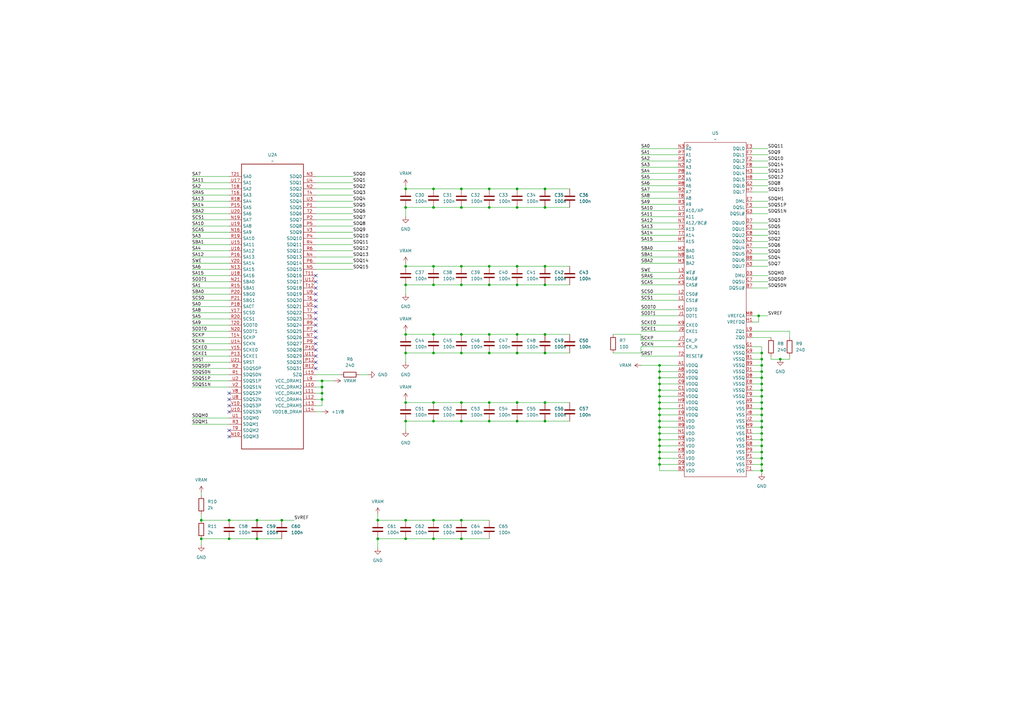
<source format=kicad_sch>
(kicad_sch (version 20231120) (generator "eeschema") (generator_version "8.0")
  (paper "A3")
  (title_block (title "Radianite Computer (Codename: Lemon Irvine)") (date "2024-09-20") (rev "0.1"))
  (junction (at 166.37 137.16))
  (junction (at 166.37 144.78))
  (junction (at 212.09 109.22))
  (junction (at 223.52 137.16))
  (junction (at 189.23 116.84))
  (junction (at 223.52 109.22))
  (junction (at 177.8 165.1))
  (junction (at 270.51 190.5))
  (junction (at 166.37 85.09))
  (junction (at 312.42 165.1))
  (junction (at 223.52 116.84))
  (junction (at 105.41 220.98))
  (junction (at 270.51 175.26))
  (junction (at 200.66 144.78))
  (junction (at 311.15 129.54))
  (junction (at 312.42 175.26))
  (junction (at 166.37 165.1))
  (junction (at 200.66 109.22))
  (junction (at 312.42 185.42))
  (junction (at 212.09 85.09))
  (junction (at 270.51 167.64))
  (junction (at 270.51 152.4))
  (junction (at 312.42 144.78))
  (junction (at 93.98 213.36))
  (junction (at 223.52 172.72))
  (junction (at 270.51 177.8))
  (junction (at 312.42 167.64))
  (junction (at 312.42 182.88))
  (junction (at 166.37 213.36))
  (junction (at 212.09 77.47))
  (junction (at 212.09 144.78))
  (junction (at 189.23 220.98))
  (junction (at 212.09 137.16))
  (junction (at 93.98 220.98))
  (junction (at 200.66 165.1))
  (junction (at 223.52 77.47))
  (junction (at 270.51 172.72))
  (junction (at 177.8 77.47))
  (junction (at 132.08 161.29))
  (junction (at 312.42 172.72))
  (junction (at 320.04 147.32))
  (junction (at 166.37 116.84))
  (junction (at 177.8 144.78))
  (junction (at 200.66 116.84))
  (junction (at 212.09 172.72))
  (junction (at 223.52 165.1))
  (junction (at 166.37 220.98))
  (junction (at 105.41 213.36))
  (junction (at 200.66 137.16))
  (junction (at 132.08 163.83))
  (junction (at 223.52 85.09))
  (junction (at 270.51 162.56))
  (junction (at 312.42 154.94))
  (junction (at 312.42 152.4))
  (junction (at 177.8 213.36))
  (junction (at 154.94 220.98))
  (junction (at 189.23 144.78))
  (junction (at 200.66 77.47))
  (junction (at 132.08 156.21))
  (junction (at 270.51 160.02))
  (junction (at 270.51 185.42))
  (junction (at 212.09 165.1))
  (junction (at 115.57 213.36))
  (junction (at 312.42 180.34))
  (junction (at 177.8 172.72))
  (junction (at 312.42 177.8))
  (junction (at 200.66 85.09))
  (junction (at 270.51 149.86))
  (junction (at 166.37 109.22))
  (junction (at 312.42 190.5))
  (junction (at 312.42 157.48))
  (junction (at 270.51 157.48))
  (junction (at 189.23 172.72))
  (junction (at 166.37 172.72))
  (junction (at 82.55 213.36))
  (junction (at 166.37 77.47))
  (junction (at 189.23 109.22))
  (junction (at 312.42 160.02))
  (junction (at 189.23 85.09))
  (junction (at 312.42 149.86))
  (junction (at 312.42 170.18))
  (junction (at 312.42 193.04))
  (junction (at 189.23 213.36))
  (junction (at 270.51 165.1))
  (junction (at 189.23 165.1))
  (junction (at 132.08 158.75))
  (junction (at 177.8 116.84))
  (junction (at 177.8 220.98))
  (junction (at 177.8 85.09))
  (junction (at 270.51 154.94))
  (junction (at 189.23 77.47))
  (junction (at 270.51 182.88))
  (junction (at 177.8 137.16))
  (junction (at 200.66 172.72))
  (junction (at 212.09 116.84))
  (junction (at 270.51 180.34))
  (junction (at 189.23 137.16))
  (junction (at 270.51 187.96))
  (junction (at 223.52 144.78))
  (junction (at 312.42 147.32))
  (junction (at 312.42 162.56))
  (junction (at 177.8 109.22))
  (junction (at 312.42 187.96))
  (junction (at 154.94 213.36))
  (junction (at 270.51 170.18))
  (junction (at 82.55 220.98))
  (no_connect (at 129.54 118.11))
  (no_connect (at 129.54 143.51))
  (no_connect (at 129.54 138.43))
  (no_connect (at 129.54 125.73))
  (no_connect (at 129.54 151.13))
  (no_connect (at 129.54 130.81))
  (no_connect (at 129.54 135.89))
  (no_connect (at 93.98 179.07))
  (no_connect (at 129.54 140.97))
  (no_connect (at 129.54 123.19))
  (no_connect (at 93.98 176.53))
  (no_connect (at 93.98 166.37))
  (no_connect (at 129.54 148.59))
  (no_connect (at 93.98 168.91))
  (no_connect (at 129.54 115.57))
  (no_connect (at 129.54 120.65))
  (no_connect (at 93.98 161.29))
  (no_connect (at 129.54 113.03))
  (no_connect (at 93.98 163.83))
  (no_connect (at 129.54 133.35))
  (no_connect (at 129.54 146.05))
  (no_connect (at 129.54 128.27))
  (wire (pts (xy 308.61 101.6) (xy 314.96 101.6)))
  (wire (pts (xy 212.09 144.78) (xy 223.52 144.78)))
  (wire (pts (xy 251.46 137.16) (xy 262.89 137.16)))
  (wire (pts (xy 262.89 142.24) (xy 278.13 142.24)))
  (wire (pts (xy 223.52 172.72) (xy 233.68 172.72)))
  (wire (pts (xy 262.89 149.86) (xy 270.51 149.86)))
  (wire (pts (xy 132.08 156.21) (xy 132.08 158.75)))
  (wire (pts (xy 312.42 187.96) (xy 312.42 190.5)))
  (wire (pts (xy 78.74 148.59) (xy 93.98 148.59)))
  (wire (pts (xy 270.51 182.88) (xy 270.51 185.42)))
  (wire (pts (xy 270.51 175.26) (xy 278.13 175.26)))
  (wire (pts (xy 166.37 220.98) (xy 177.8 220.98)))
  (wire (pts (xy 177.8 220.98) (xy 189.23 220.98)))
  (wire (pts (xy 200.66 85.09) (xy 212.09 85.09)))
  (wire (pts (xy 132.08 156.21) (xy 129.54 156.21)))
  (wire (pts (xy 82.55 213.36) (xy 82.55 210.82)))
  (wire (pts (xy 270.51 187.96) (xy 278.13 187.96)))
  (wire (pts (xy 129.54 100.33) (xy 144.78 100.33)))
  (wire (pts (xy 177.8 144.78) (xy 189.23 144.78)))
  (wire (pts (xy 308.61 132.08) (xy 311.15 132.08)))
  (wire (pts (xy 166.37 76.2) (xy 166.37 77.47)))
  (wire (pts (xy 132.08 168.91) (xy 129.54 168.91)))
  (wire (pts (xy 78.74 143.51) (xy 93.98 143.51)))
  (wire (pts (xy 132.08 158.75) (xy 132.08 161.29)))
  (wire (pts (xy 78.74 113.03) (xy 93.98 113.03)))
  (wire (pts (xy 177.8 116.84) (xy 189.23 116.84)))
  (wire (pts (xy 270.51 157.48) (xy 270.51 160.02)))
  (wire (pts (xy 78.74 158.75) (xy 93.98 158.75)))
  (wire (pts (xy 200.66 137.16) (xy 212.09 137.16)))
  (wire (pts (xy 312.42 165.1) (xy 308.61 165.1)))
  (wire (pts (xy 308.61 93.98) (xy 314.96 93.98)))
  (wire (pts (xy 312.42 157.48) (xy 308.61 157.48)))
  (wire (pts (xy 312.42 190.5) (xy 312.42 193.04)))
  (wire (pts (xy 312.42 190.5) (xy 308.61 190.5)))
  (wire (pts (xy 308.61 118.11) (xy 314.96 118.11)))
  (wire (pts (xy 166.37 137.16) (xy 177.8 137.16)))
  (wire (pts (xy 177.8 109.22) (xy 189.23 109.22)))
  (wire (pts (xy 312.42 162.56) (xy 308.61 162.56)))
  (wire (pts (xy 189.23 172.72) (xy 200.66 172.72)))
  (wire (pts (xy 129.54 72.39) (xy 144.78 72.39)))
  (wire (pts (xy 166.37 135.89) (xy 166.37 137.16)))
  (wire (pts (xy 270.51 172.72) (xy 278.13 172.72)))
  (wire (pts (xy 270.51 182.88) (xy 278.13 182.88)))
  (wire (pts (xy 78.74 138.43) (xy 93.98 138.43)))
  (wire (pts (xy 312.42 170.18) (xy 312.42 172.72)))
  (wire (pts (xy 308.61 115.57) (xy 314.96 115.57)))
  (wire (pts (xy 166.37 107.95) (xy 166.37 109.22)))
  (wire (pts (xy 129.54 87.63) (xy 144.78 87.63)))
  (wire (pts (xy 212.09 116.84) (xy 223.52 116.84)))
  (wire (pts (xy 129.54 102.87) (xy 144.78 102.87)))
  (wire (pts (xy 78.74 115.57) (xy 93.98 115.57)))
  (wire (pts (xy 212.09 172.72) (xy 223.52 172.72)))
  (wire (pts (xy 200.66 116.84) (xy 212.09 116.84)))
  (wire (pts (xy 189.23 109.22) (xy 200.66 109.22)))
  (wire (pts (xy 177.8 85.09) (xy 189.23 85.09)))
  (wire (pts (xy 312.42 172.72) (xy 312.42 175.26)))
  (wire (pts (xy 189.23 85.09) (xy 200.66 85.09)))
  (wire (pts (xy 212.09 77.47) (xy 223.52 77.47)))
  (wire (pts (xy 308.61 138.43) (xy 316.23 138.43)))
  (wire (pts (xy 166.37 116.84) (xy 177.8 116.84)))
  (wire (pts (xy 278.13 107.95) (xy 262.89 107.95)))
  (wire (pts (xy 312.42 170.18) (xy 308.61 170.18)))
  (wire (pts (xy 308.61 109.22) (xy 314.96 109.22)))
  (wire (pts (xy 189.23 77.47) (xy 200.66 77.47)))
  (wire (pts (xy 308.61 63.5) (xy 314.96 63.5)))
  (wire (pts (xy 312.42 167.64) (xy 308.61 167.64)))
  (wire (pts (xy 93.98 220.98) (xy 105.41 220.98)))
  (wire (pts (xy 132.08 158.75) (xy 129.54 158.75)))
  (wire (pts (xy 308.61 85.09) (xy 314.96 85.09)))
  (wire (pts (xy 212.09 137.16) (xy 223.52 137.16)))
  (wire (pts (xy 223.52 144.78) (xy 233.68 144.78)))
  (wire (pts (xy 312.42 175.26) (xy 312.42 177.8)))
  (wire (pts (xy 312.42 180.34) (xy 312.42 182.88)))
  (wire (pts (xy 270.51 187.96) (xy 270.51 190.5)))
  (wire (pts (xy 78.74 118.11) (xy 93.98 118.11)))
  (wire (pts (xy 200.66 144.78) (xy 212.09 144.78)))
  (wire (pts (xy 312.42 193.04) (xy 308.61 193.04)))
  (wire (pts (xy 147.32 153.67) (xy 151.13 153.67)))
  (wire (pts (xy 270.51 152.4) (xy 270.51 154.94)))
  (wire (pts (xy 129.54 95.25) (xy 144.78 95.25)))
  (wire (pts (xy 278.13 86.36) (xy 262.89 86.36)))
  (wire (pts (xy 278.13 91.44) (xy 262.89 91.44)))
  (wire (pts (xy 154.94 220.98) (xy 166.37 220.98)))
  (wire (pts (xy 278.13 116.84) (xy 262.89 116.84)))
  (wire (pts (xy 312.42 182.88) (xy 312.42 185.42)))
  (wire (pts (xy 78.74 110.49) (xy 93.98 110.49)))
  (wire (pts (xy 82.55 201.93) (xy 82.55 203.2)))
  (wire (pts (xy 278.13 60.96) (xy 262.89 60.96)))
  (wire (pts (xy 78.74 90.17) (xy 93.98 90.17)))
  (wire (pts (xy 312.42 154.94) (xy 308.61 154.94)))
  (wire (pts (xy 270.51 165.1) (xy 278.13 165.1)))
  (wire (pts (xy 308.61 71.12) (xy 314.96 71.12)))
  (wire (pts (xy 312.42 167.64) (xy 312.42 170.18)))
  (wire (pts (xy 189.23 165.1) (xy 200.66 165.1)))
  (wire (pts (xy 78.74 72.39) (xy 93.98 72.39)))
  (wire (pts (xy 78.74 80.01) (xy 93.98 80.01)))
  (wire (pts (xy 78.74 133.35) (xy 93.98 133.35)))
  (wire (pts (xy 166.37 85.09) (xy 166.37 88.9)))
  (wire (pts (xy 177.8 77.47) (xy 189.23 77.47)))
  (wire (pts (xy 154.94 213.36) (xy 166.37 213.36)))
  (wire (pts (xy 223.52 116.84) (xy 233.68 116.84)))
  (wire (pts (xy 278.13 135.89) (xy 262.89 135.89)))
  (wire (pts (xy 105.41 213.36) (xy 93.98 213.36)))
  (wire (pts (xy 270.51 185.42) (xy 278.13 185.42)))
  (wire (pts (xy 78.74 128.27) (xy 93.98 128.27)))
  (wire (pts (xy 223.52 85.09) (xy 233.68 85.09)))
  (wire (pts (xy 270.51 154.94) (xy 278.13 154.94)))
  (wire (pts (xy 78.74 123.19) (xy 93.98 123.19)))
  (wire (pts (xy 177.8 165.1) (xy 189.23 165.1)))
  (wire (pts (xy 308.61 76.2) (xy 314.96 76.2)))
  (wire (pts (xy 78.74 92.71) (xy 93.98 92.71)))
  (wire (pts (xy 129.54 77.47) (xy 144.78 77.47)))
  (wire (pts (xy 132.08 161.29) (xy 129.54 161.29)))
  (wire (pts (xy 189.23 137.16) (xy 200.66 137.16)))
  (wire (pts (xy 308.61 113.03) (xy 314.96 113.03)))
  (wire (pts (xy 312.42 147.32) (xy 312.42 149.86)))
  (wire (pts (xy 270.51 180.34) (xy 278.13 180.34)))
  (wire (pts (xy 312.42 160.02) (xy 308.61 160.02)))
  (wire (pts (xy 166.37 172.72) (xy 166.37 176.53)))
  (wire (pts (xy 278.13 129.54) (xy 262.89 129.54)))
  (wire (pts (xy 278.13 68.58) (xy 262.89 68.58)))
  (wire (pts (xy 308.61 73.66) (xy 314.96 73.66)))
  (wire (pts (xy 166.37 165.1) (xy 177.8 165.1)))
  (wire (pts (xy 278.13 76.2) (xy 262.89 76.2)))
  (wire (pts (xy 312.42 193.04) (xy 312.42 194.31)))
  (wire (pts (xy 78.74 135.89) (xy 93.98 135.89)))
  (wire (pts (xy 323.85 146.05) (xy 323.85 147.32)))
  (wire (pts (xy 278.13 127) (xy 262.89 127)))
  (wire (pts (xy 270.51 162.56) (xy 278.13 162.56)))
  (wire (pts (xy 308.61 96.52) (xy 314.96 96.52)))
  (wire (pts (xy 78.74 100.33) (xy 93.98 100.33)))
  (wire (pts (xy 189.23 213.36) (xy 200.66 213.36)))
  (wire (pts (xy 270.51 175.26) (xy 270.51 177.8)))
  (wire (pts (xy 270.51 180.34) (xy 270.51 182.88)))
  (wire (pts (xy 166.37 163.83) (xy 166.37 165.1)))
  (wire (pts (xy 312.42 149.86) (xy 308.61 149.86)))
  (wire (pts (xy 78.74 87.63) (xy 93.98 87.63)))
  (wire (pts (xy 312.42 152.4) (xy 312.42 154.94)))
  (wire (pts (xy 312.42 142.24) (xy 308.61 142.24)))
  (wire (pts (xy 129.54 92.71) (xy 144.78 92.71)))
  (wire (pts (xy 262.89 139.7) (xy 278.13 139.7)))
  (wire (pts (xy 189.23 116.84) (xy 200.66 116.84)))
  (wire (pts (xy 311.15 129.54) (xy 314.96 129.54)))
  (wire (pts (xy 78.74 85.09) (xy 93.98 85.09)))
  (wire (pts (xy 270.51 167.64) (xy 278.13 167.64)))
  (wire (pts (xy 115.57 213.36) (xy 105.41 213.36)))
  (wire (pts (xy 132.08 166.37) (xy 129.54 166.37)))
  (wire (pts (xy 278.13 102.87) (xy 262.89 102.87)))
  (wire (pts (xy 78.74 107.95) (xy 93.98 107.95)))
  (wire (pts (xy 200.66 77.47) (xy 212.09 77.47)))
  (wire (pts (xy 278.13 96.52) (xy 262.89 96.52)))
  (wire (pts (xy 262.89 146.05) (xy 278.13 146.05)))
  (wire (pts (xy 278.13 133.35) (xy 262.89 133.35)))
  (wire (pts (xy 308.61 129.54) (xy 311.15 129.54)))
  (wire (pts (xy 166.37 213.36) (xy 177.8 213.36)))
  (wire (pts (xy 278.13 83.82) (xy 262.89 83.82)))
  (wire (pts (xy 278.13 123.19) (xy 262.89 123.19)))
  (wire (pts (xy 78.74 77.47) (xy 93.98 77.47)))
  (wire (pts (xy 177.8 172.72) (xy 189.23 172.72)))
  (wire (pts (xy 78.74 146.05) (xy 93.98 146.05)))
  (wire (pts (xy 270.51 170.18) (xy 278.13 170.18)))
  (wire (pts (xy 312.42 144.78) (xy 308.61 144.78)))
  (wire (pts (xy 312.42 152.4) (xy 308.61 152.4)))
  (wire (pts (xy 129.54 153.67) (xy 139.7 153.67)))
  (wire (pts (xy 129.54 85.09) (xy 144.78 85.09)))
  (wire (pts (xy 316.23 147.32) (xy 320.04 147.32)))
  (wire (pts (xy 212.09 109.22) (xy 223.52 109.22)))
  (wire (pts (xy 270.51 157.48) (xy 278.13 157.48)))
  (wire (pts (xy 262.89 142.24) (xy 262.89 144.78)))
  (wire (pts (xy 200.66 109.22) (xy 212.09 109.22)))
  (wire (pts (xy 278.13 73.66) (xy 262.89 73.66)))
  (wire (pts (xy 308.61 135.89) (xy 323.85 135.89)))
  (wire (pts (xy 154.94 224.79) (xy 154.94 220.98)))
  (wire (pts (xy 115.57 213.36) (xy 120.65 213.36)))
  (wire (pts (xy 177.8 137.16) (xy 189.23 137.16)))
  (wire (pts (xy 278.13 111.76) (xy 262.89 111.76)))
  (wire (pts (xy 166.37 77.47) (xy 177.8 77.47)))
  (wire (pts (xy 270.51 152.4) (xy 278.13 152.4)))
  (wire (pts (xy 312.42 165.1) (xy 312.42 167.64)))
  (wire (pts (xy 189.23 220.98) (xy 200.66 220.98)))
  (wire (pts (xy 78.74 97.79) (xy 93.98 97.79)))
  (wire (pts (xy 270.51 177.8) (xy 270.51 180.34)))
  (wire (pts (xy 129.54 97.79) (xy 144.78 97.79)))
  (wire (pts (xy 270.51 177.8) (xy 278.13 177.8)))
  (wire (pts (xy 278.13 88.9) (xy 262.89 88.9)))
  (wire (pts (xy 78.74 125.73) (xy 93.98 125.73)))
  (wire (pts (xy 312.42 185.42) (xy 308.61 185.42)))
  (wire (pts (xy 270.51 193.04) (xy 278.13 193.04)))
  (wire (pts (xy 312.42 177.8) (xy 312.42 180.34)))
  (wire (pts (xy 270.51 170.18) (xy 270.51 172.72)))
  (wire (pts (xy 278.13 114.3) (xy 262.89 114.3)))
  (wire (pts (xy 78.74 130.81) (xy 93.98 130.81)))
  (wire (pts (xy 312.42 154.94) (xy 312.42 157.48)))
  (wire (pts (xy 270.51 149.86) (xy 270.51 152.4)))
  (wire (pts (xy 223.52 109.22) (xy 233.68 109.22)))
  (wire (pts (xy 278.13 78.74) (xy 262.89 78.74)))
  (wire (pts (xy 312.42 147.32) (xy 308.61 147.32)))
  (wire (pts (xy 270.51 160.02) (xy 278.13 160.02)))
  (wire (pts (xy 189.23 144.78) (xy 200.66 144.78)))
  (wire (pts (xy 177.8 213.36) (xy 189.23 213.36)))
  (wire (pts (xy 200.66 165.1) (xy 212.09 165.1)))
  (wire (pts (xy 270.51 172.72) (xy 270.51 175.26)))
  (wire (pts (xy 312.42 175.26) (xy 308.61 175.26)))
  (wire (pts (xy 308.61 66.04) (xy 314.96 66.04)))
  (wire (pts (xy 311.15 132.08) (xy 311.15 129.54)))
  (wire (pts (xy 308.61 99.06) (xy 314.96 99.06)))
  (wire (pts (xy 78.74 120.65) (xy 93.98 120.65)))
  (wire (pts (xy 129.54 90.17) (xy 144.78 90.17)))
  (wire (pts (xy 132.08 156.21) (xy 137.16 156.21)))
  (wire (pts (xy 78.74 105.41) (xy 93.98 105.41)))
  (wire (pts (xy 78.74 82.55) (xy 93.98 82.55)))
  (wire (pts (xy 323.85 135.89) (xy 323.85 138.43)))
  (wire (pts (xy 308.61 78.74) (xy 314.96 78.74)))
  (wire (pts (xy 129.54 110.49) (xy 144.78 110.49)))
  (wire (pts (xy 223.52 77.47) (xy 233.68 77.47)))
  (wire (pts (xy 93.98 213.36) (xy 82.55 213.36)))
  (wire (pts (xy 82.55 220.98) (xy 93.98 220.98)))
  (wire (pts (xy 308.61 91.44) (xy 314.96 91.44)))
  (wire (pts (xy 312.42 160.02) (xy 312.42 162.56)))
  (wire (pts (xy 78.74 153.67) (xy 93.98 153.67)))
  (wire (pts (xy 166.37 172.72) (xy 177.8 172.72)))
  (wire (pts (xy 270.51 190.5) (xy 270.51 193.04)))
  (wire (pts (xy 270.51 167.64) (xy 270.51 170.18)))
  (wire (pts (xy 308.61 104.14) (xy 314.96 104.14)))
  (wire (pts (xy 278.13 71.12) (xy 262.89 71.12)))
  (wire (pts (xy 308.61 60.96) (xy 314.96 60.96)))
  (wire (pts (xy 312.42 180.34) (xy 308.61 180.34)))
  (wire (pts (xy 316.23 146.05) (xy 316.23 147.32)))
  (wire (pts (xy 278.13 120.65) (xy 262.89 120.65)))
  (wire (pts (xy 270.51 162.56) (xy 270.51 165.1)))
  (wire (pts (xy 312.42 144.78) (xy 312.42 147.32)))
  (wire (pts (xy 166.37 109.22) (xy 177.8 109.22)))
  (wire (pts (xy 212.09 85.09) (xy 223.52 85.09)))
  (wire (pts (xy 78.74 102.87) (xy 93.98 102.87)))
  (wire (pts (xy 312.42 172.72) (xy 308.61 172.72)))
  (wire (pts (xy 78.74 95.25) (xy 93.98 95.25)))
  (wire (pts (xy 278.13 63.5) (xy 262.89 63.5)))
  (wire (pts (xy 212.09 165.1) (xy 223.52 165.1)))
  (wire (pts (xy 132.08 163.83) (xy 132.08 166.37)))
  (wire (pts (xy 223.52 137.16) (xy 233.68 137.16)))
  (wire (pts (xy 132.08 163.83) (xy 129.54 163.83)))
  (wire (pts (xy 166.37 144.78) (xy 177.8 144.78)))
  (wire (pts (xy 82.55 223.52) (xy 82.55 220.98)))
  (wire (pts (xy 308.61 106.68) (xy 314.96 106.68)))
  (wire (pts (xy 278.13 81.28) (xy 262.89 81.28)))
  (wire (pts (xy 312.42 162.56) (xy 312.42 165.1)))
  (wire (pts (xy 270.51 190.5) (xy 278.13 190.5)))
  (wire (pts (xy 278.13 105.41) (xy 262.89 105.41)))
  (wire (pts (xy 200.66 172.72) (xy 212.09 172.72)))
  (wire (pts (xy 312.42 185.42) (xy 312.42 187.96)))
  (wire (pts (xy 308.61 68.58) (xy 314.96 68.58)))
  (wire (pts (xy 262.89 144.78) (xy 251.46 144.78)))
  (wire (pts (xy 312.42 187.96) (xy 308.61 187.96)))
  (wire (pts (xy 129.54 82.55) (xy 144.78 82.55)))
  (wire (pts (xy 166.37 116.84) (xy 166.37 120.65)))
  (wire (pts (xy 312.42 157.48) (xy 312.42 160.02)))
  (wire (pts (xy 78.74 173.99) (xy 93.98 173.99)))
  (wire (pts (xy 129.54 74.93) (xy 144.78 74.93)))
  (wire (pts (xy 78.74 140.97) (xy 93.98 140.97)))
  (wire (pts (xy 270.51 160.02) (xy 270.51 162.56)))
  (wire (pts (xy 78.74 151.13) (xy 93.98 151.13)))
  (wire (pts (xy 270.51 165.1) (xy 270.51 167.64)))
  (wire (pts (xy 166.37 144.78) (xy 166.37 148.59)))
  (wire (pts (xy 129.54 107.95) (xy 144.78 107.95)))
  (wire (pts (xy 308.61 87.63) (xy 314.96 87.63)))
  (wire (pts (xy 312.42 182.88) (xy 308.61 182.88)))
  (wire (pts (xy 129.54 80.01) (xy 144.78 80.01)))
  (wire (pts (xy 308.61 82.55) (xy 314.96 82.55)))
  (wire (pts (xy 312.42 149.86) (xy 312.42 152.4)))
  (wire (pts (xy 262.89 137.16) (xy 262.89 139.7)))
  (wire (pts (xy 278.13 99.06) (xy 262.89 99.06)))
  (wire (pts (xy 270.51 154.94) (xy 270.51 157.48)))
  (wire (pts (xy 105.41 220.98) (xy 115.57 220.98)))
  (wire (pts (xy 129.54 105.41) (xy 144.78 105.41)))
  (wire (pts (xy 154.94 210.82) (xy 154.94 213.36)))
  (wire (pts (xy 78.74 74.93) (xy 93.98 74.93)))
  (wire (pts (xy 223.52 165.1) (xy 233.68 165.1)))
  (wire (pts (xy 323.85 147.32) (xy 320.04 147.32)))
  (wire (pts (xy 78.74 156.21) (xy 93.98 156.21)))
  (wire (pts (xy 278.13 66.04) (xy 262.89 66.04)))
  (wire (pts (xy 278.13 93.98) (xy 262.89 93.98)))
  (wire (pts (xy 166.37 85.09) (xy 177.8 85.09)))
  (wire (pts (xy 270.51 149.86) (xy 278.13 149.86)))
  (wire (pts (xy 312.42 142.24) (xy 312.42 144.78)))
  (wire (pts (xy 270.51 185.42) (xy 270.51 187.96)))
  (wire (pts (xy 132.08 161.29) (xy 132.08 163.83)))
  (wire (pts (xy 78.74 171.45) (xy 93.98 171.45)))
  (wire (pts (xy 312.42 177.8) (xy 308.61 177.8)))
  (label "SA15" (at 262.89 99.06 0))
  (label "SDQ10" (at 314.96 66.04 0))
  (label "SRAS" (at 78.74 80.01 0))
  (label "SCS0" (at 78.74 123.19 0))
  (label "SDQS0P" (at 314.96 115.57 0))
  (label "SCAS" (at 262.89 116.84 0))
  (label "SDQ0" (at 314.96 104.14 0))
  (label "SBA2" (at 262.89 107.95 0))
  (label "SCKP" (at 78.74 138.43 0))
  (label "SA8" (at 262.89 81.28 0))
  (label "SDQ13" (at 144.78 105.41 0))
  (label "SCKE1" (at 262.89 135.89 0))
  (label "SDQ4" (at 314.96 106.68 0))
  (label "SA6" (at 262.89 76.2 0))
  (label "SA8" (at 78.74 128.27 0))
  (label "SBA1" (at 78.74 100.33 0))
  (label "SA2" (at 262.89 66.04 0))
  (label "SA15" (at 78.74 113.03 0))
  (label "SDQM0" (at 314.96 113.03 0))
  (label "SA9" (at 262.89 83.82 0))
  (label "SDQ5" (at 144.78 85.09 0))
  (label "SDQ14" (at 144.78 107.95 0))
  (label "SCS1" (at 262.89 123.19 0))
  (label "SCAS" (at 78.74 95.25 0))
  (label "SDQ4" (at 144.78 82.55 0))
  (label "SBA1" (at 262.89 105.41 0))
  (label "SA0" (at 262.89 60.96 0))
  (label "SDQ0" (at 144.78 72.39 0))
  (label "SDQ1" (at 314.96 96.52 0))
  (label "SA13" (at 262.89 93.98 0))
  (label "SA3" (at 78.74 97.79 0))
  (label "SA12" (at 78.74 105.41 0))
  (label "SA6" (at 78.74 110.49 0))
  (label "SA11" (at 262.89 88.9 0))
  (label "SDQ10" (at 144.78 97.79 0))
  (label "SCS0" (at 262.89 120.65 0))
  (label "SCKE0" (at 78.74 143.51 0))
  (label "SDQM1" (at 314.96 82.55 0))
  (label "SDQS1N" (at 314.96 87.63 0))
  (label "SA11" (at 78.74 74.93 0))
  (label "SWE" (at 262.89 111.76 0))
  (label "SCKN" (at 78.74 140.97 0))
  (label "SBA2" (at 78.74 87.63 0))
  (label "SDQ7" (at 144.78 90.17 0))
  (label "SDQ11" (at 144.78 100.33 0))
  (label "SODT0" (at 78.74 135.89 0))
  (label "SDQS0N" (at 314.96 118.11 0))
  (label "SDQM0" (at 78.74 171.45 0))
  (label "SODT0" (at 262.89 127 0))
  (label "SDQ15" (at 314.96 78.74 0))
  (label "SA13" (at 78.74 82.55 0))
  (label "SCKE0" (at 262.89 133.35 0))
  (label "SDQ9" (at 144.78 95.25 0))
  (label "SDQS0N" (at 78.74 153.67 0))
  (label "SDQ13" (at 314.96 71.12 0))
  (label "SA1" (at 78.74 118.11 0))
  (label "SCKN" (at 262.89 142.24 0))
  (label "SRST" (at 262.89 146.05 0))
  (label "SA2" (at 78.74 77.47 0))
  (label "SRAS" (at 262.89 114.3 0))
  (label "SODT1" (at 262.89 129.54 0))
  (label "SDQ15" (at 144.78 110.49 0))
  (label "SA5" (at 78.74 130.81 0))
  (label "SRST" (at 78.74 148.59 0))
  (label "SDQ1" (at 144.78 74.93 0))
  (label "SDQ9" (at 314.96 63.5 0))
  (label "SA0" (at 78.74 125.73 0))
  (label "SBA0" (at 78.74 120.65 0))
  (label "SA14" (at 78.74 85.09 0))
  (label "SA14" (at 262.89 96.52 0))
  (label "SDQ6" (at 314.96 101.6 0))
  (label "SDQ2" (at 314.96 99.06 0))
  (label "SDQ12" (at 144.78 102.87 0))
  (label "SCKE1" (at 78.74 146.05 0))
  (label "SDQS1N" (at 78.74 158.75 0))
  (label "SDQ3" (at 144.78 80.01 0))
  (label "SCS1" (at 78.74 90.17 0))
  (label "SA1" (at 262.89 63.5 0))
  (label "SBA0" (at 262.89 102.87 0))
  (label "SODT1" (at 78.74 115.57 0))
  (label "SA10" (at 78.74 92.71 0))
  (label "SDQM1" (at 78.74 173.99 0))
  (label "SA12" (at 262.89 91.44 0))
  (label "SDQ3" (at 314.96 91.44 0))
  (label "SDQ14" (at 314.96 68.58 0))
  (label "SDQS1P" (at 78.74 156.21 0))
  (label "SDQS1P" (at 314.96 85.09 0))
  (label "SDQ5" (at 314.96 93.98 0))
  (label "SA5" (at 262.89 73.66 0))
  (label "SA9" (at 78.74 133.35 0))
  (label "SDQ12" (at 314.96 73.66 0))
  (label "SDQS0P" (at 78.74 151.13 0))
  (label "SCKP" (at 262.89 139.7 0))
  (label "SWE" (at 78.74 107.95 0))
  (label "SA4" (at 78.74 102.87 0))
  (label "SVREF" (at 314.96 129.54 0))
  (label "SDQ8" (at 144.78 92.71 0))
  (label "SA10" (at 262.89 86.36 0))
  (label "SDQ2" (at 144.78 77.47 0))
  (label "SDQ6" (at 144.78 87.63 0))
  (label "SA4" (at 262.89 71.12 0))
  (label "SA7" (at 78.74 72.39 0))
  (label "SA7" (at 262.89 78.74 0))
  (label "SDQ8" (at 314.96 76.2 0))
  (label "SVREF" (at 120.65 213.36 0))
  (label "SA3" (at 262.89 68.58 0))
  (label "SDQ11" (at 314.96 60.96 0))
  (label "SDQ7" (at 314.96 109.22 0))
  (symbol (lib_id "Device:R") (at 316.23 142.24 0) (unit 1)
    (property "Reference" "R8" (at 318.77 140.9699 0) (effects (justify left)))
    (property "Value" "240" (at 318.77 143.5099 0) (effects (justify left)))
    (property "Footprint" "Resistor_SMD:R_0402_1005Metric" (effects (hide yes)))
    (property "Description" "Resistor" (effects (hide yes)))
  )
  (symbol (lib_id "Device:C") (at 189.23 140.97 0) (unit 1)
    (property "Reference" "C46" (at 193.04 139.6999 0) (effects (justify left)))
    (property "Value" "100n" (at 193.04 142.2399 0) (effects (justify left)))
    (property "Footprint" "Capacitor_SMD:C_0402_1005Metric" (effects (hide yes)))
    (property "Description" "Unpolarized capacitor" (effects (hide yes)))
  )
  (symbol (lib_id "power:GND") (at 166.37 120.65 0) (unit 1)
    (property "Reference" "#PWR019" (effects (hide yes)))
    (property "Value" "GND" (at 166.37 125.73 0))
    (property "Description" "Power symbol creates a global label with name \"GND\" , ground" (effects (hide yes)))
  )
  (symbol (lib_id "Device:C") (at 166.37 140.97 0) (unit 1)
    (property "Reference" "C44" (at 170.18 139.6999 0) (effects (justify left)))
    (property "Value" "100n" (at 170.18 142.2399 0) (effects (justify left)))
    (property "Footprint" "Capacitor_SMD:C_0402_1005Metric" (effects (hide yes)))
    (property "Description" "Unpolarized capacitor" (effects (hide yes)))
  )
  (symbol (lib_id "Device:C") (at 154.94 217.17 0) (unit 1)
    (property "Reference" "C61" (at 158.75 215.8999 0) (effects (justify left)))
    (property "Value" "100n" (at 158.75 218.4399 0) (effects (justify left)))
    (property "Footprint" "Capacitor_SMD:C_0402_1005Metric" (effects (hide yes)))
    (property "Description" "Unpolarized capacitor" (effects (hide yes)))
  )
  (symbol (lib_id "power:GND") (at 166.37 88.9 0) (unit 1)
    (property "Reference" "#PWR047" (effects (hide yes)))
    (property "Value" "GND" (at 166.37 93.98 0))
    (property "Description" "Power symbol creates a global label with name \"GND\" , ground" (effects (hide yes)))
  )
  (symbol (lib_id "power:GND") (at 151.13 153.67 90) (unit 1)
    (property "Reference" "#PWR056" (effects (hide yes)))
    (property "Value" "GND" (at 154.94 153.6699 90) (effects (justify right)))
    (property "Description" "Power symbol creates a global label with name \"GND\" , ground" (effects (hide yes)))
  )
  (symbol (lib_id "Device:C") (at 212.09 81.28 0) (unit 1)
    (property "Reference" "C34" (at 215.9 80.0099 0) (effects (justify left)))
    (property "Value" "100n" (at 215.9 82.5499 0) (effects (justify left)))
    (property "Footprint" "Capacitor_SMD:C_0402_1005Metric" (effects (hide yes)))
    (property "Description" "Unpolarized capacitor" (effects (hide yes)))
  )
  (symbol (lib_id "ProjectLemonIrvine:H616-BGA-190823") (at 111.76 121.92 0) (unit 1)
    (property "Reference" "U2" (at 111.76 63.5 0))
    (property "Value" "~" (at 111.76 66.04 0))
    (property "Footprint" "footprints:BGA284P65B1200_1400H125" (effects (hide yes)))
  )
  (symbol (lib_id "power:GND") (at 166.37 176.53 0) (unit 1)
    (property "Reference" "#PWR029" (effects (hide yes)))
    (property "Value" "GND" (at 166.37 181.61 0))
    (property "Description" "Power symbol creates a global label with name \"GND\" , ground" (effects (hide yes)))
  )
  (symbol (lib_id "power:VCC") (at 82.55 201.93 0) (unit 1)
    (property "Reference" "#PWR044" (effects (hide yes)))
    (property "Value" "VRAM" (at 82.55 196.85 0))
    (property "Description" "Power symbol creates a global label with name \"VCC\"" (effects (hide yes)))
  )
  (symbol (lib_id "Device:C") (at 105.41 217.17 0) (unit 1)
    (property "Reference" "C59" (at 109.22 215.8999 0) (effects (justify left)))
    (property "Value" "100n" (at 109.22 218.4399 0) (effects (justify left)))
    (property "Footprint" "Capacitor_SMD:C_0402_1005Metric" (effects (hide yes)))
    (property "Description" "Unpolarized capacitor" (effects (hide yes)))
  )
  (symbol (lib_id "power:VCC") (at 137.16 156.21 270) (unit 1)
    (property "Reference" "#PWR01" (effects (hide yes)))
    (property "Value" "VRAM" (at 140.97 156.2099 90) (effects (justify left)))
    (property "Description" "Power symbol creates a global label with name \"VCC\"" (effects (hide yes)))
  )
  (symbol (lib_id "Device:C") (at 223.52 113.03 0) (unit 1)
    (property "Reference" "C42" (at 227.33 111.7599 0) (effects (justify left)))
    (property "Value" "100n" (at 227.33 114.2999 0) (effects (justify left)))
    (property "Footprint" "Capacitor_SMD:C_0402_1005Metric" (effects (hide yes)))
    (property "Description" "Unpolarized capacitor" (effects (hide yes)))
  )
  (symbol (lib_id "power:GND") (at 154.94 224.79 0) (unit 1)
    (property "Reference" "#PWR038" (effects (hide yes)))
    (property "Value" "GND" (at 154.94 229.87 0))
    (property "Description" "Power symbol creates a global label with name \"GND\" , ground" (effects (hide yes)))
  )
  (symbol (lib_id "power:+1V8") (at 132.08 168.91 270) (unit 1)
    (property "Reference" "#PWR0112" (effects (hide yes)))
    (property "Value" "+1V8" (at 135.89 168.9099 90) (effects (justify left)))
    (property "Description" "Power symbol creates a global label with name \"+1V8\"" (effects (hide yes)))
  )
  (symbol (lib_id "Device:C") (at 177.8 217.17 0) (unit 1)
    (property "Reference" "C63" (at 181.61 215.8999 0) (effects (justify left)))
    (property "Value" "100n" (at 181.61 218.4399 0) (effects (justify left)))
    (property "Footprint" "Capacitor_SMD:C_0402_1005Metric" (effects (hide yes)))
    (property "Description" "Unpolarized capacitor" (effects (hide yes)))
  )
  (symbol (lib_id "power:VCC") (at 166.37 107.95 0) (unit 1)
    (property "Reference" "#PWR018" (effects (hide yes)))
    (property "Value" "VRAM" (at 166.37 102.87 0))
    (property "Description" "Power symbol creates a global label with name \"VCC\"" (effects (hide yes)))
  )
  (symbol (lib_id "Device:C") (at 177.8 140.97 0) (unit 1)
    (property "Reference" "C45" (at 181.61 139.6999 0) (effects (justify left)))
    (property "Value" "100n" (at 181.61 142.2399 0) (effects (justify left)))
    (property "Footprint" "Capacitor_SMD:C_0402_1005Metric" (effects (hide yes)))
    (property "Description" "Unpolarized capacitor" (effects (hide yes)))
  )
  (symbol (lib_id "Device:C") (at 200.66 140.97 0) (unit 1)
    (property "Reference" "C47" (at 204.47 139.6999 0) (effects (justify left)))
    (property "Value" "100n" (at 204.47 142.2399 0) (effects (justify left)))
    (property "Footprint" "Capacitor_SMD:C_0402_1005Metric" (effects (hide yes)))
    (property "Description" "Unpolarized capacitor" (effects (hide yes)))
  )
  (symbol (lib_id "Device:C") (at 189.23 168.91 0) (unit 1)
    (property "Reference" "C53" (at 193.04 167.6399 0) (effects (justify left)))
    (property "Value" "100n" (at 193.04 170.1799 0) (effects (justify left)))
    (property "Footprint" "Capacitor_SMD:C_0402_1005Metric" (effects (hide yes)))
    (property "Description" "Unpolarized capacitor" (effects (hide yes)))
  )
  (symbol (lib_id "Device:R") (at 323.85 142.24 0) (unit 1)
    (property "Reference" "R9" (at 326.39 140.9699 0) (effects (justify left)))
    (property "Value" "240" (at 326.39 143.5099 0) (effects (justify left)))
    (property "Footprint" "Resistor_SMD:R_0402_1005Metric" (effects (hide yes)))
    (property "Description" "Resistor" (effects (hide yes)))
  )
  (symbol (lib_id "Device:C") (at 200.66 113.03 0) (unit 1)
    (property "Reference" "C40" (at 204.47 111.7599 0) (effects (justify left)))
    (property "Value" "100n" (at 204.47 114.2999 0) (effects (justify left)))
    (property "Footprint" "Capacitor_SMD:C_0402_1005Metric" (effects (hide yes)))
    (property "Description" "Unpolarized capacitor" (effects (hide yes)))
  )
  (symbol (lib_id "power:VCC") (at 166.37 163.83 0) (unit 1)
    (property "Reference" "#PWR023" (effects (hide yes)))
    (property "Value" "VRAM" (at 166.37 158.75 0))
    (property "Description" "Power symbol creates a global label with name \"VCC\"" (effects (hide yes)))
  )
  (symbol (lib_id "Device:C") (at 177.8 168.91 0) (unit 1)
    (property "Reference" "C52" (at 181.61 167.6399 0) (effects (justify left)))
    (property "Value" "100n" (at 181.61 170.1799 0) (effects (justify left)))
    (property "Footprint" "Capacitor_SMD:C_0402_1005Metric" (effects (hide yes)))
    (property "Description" "Unpolarized capacitor" (effects (hide yes)))
  )
  (symbol (lib_id "Device:C") (at 166.37 217.17 0) (unit 1)
    (property "Reference" "C62" (at 170.18 215.8999 0) (effects (justify left)))
    (property "Value" "100n" (at 170.18 218.4399 0) (effects (justify left)))
    (property "Footprint" "Capacitor_SMD:C_0402_1005Metric" (effects (hide yes)))
    (property "Description" "Unpolarized capacitor" (effects (hide yes)))
  )
  (symbol (lib_id "Device:C") (at 189.23 217.17 0) (unit 1)
    (property "Reference" "C64" (at 193.04 215.8999 0) (effects (justify left)))
    (property "Value" "100n" (at 193.04 218.4399 0) (effects (justify left)))
    (property "Footprint" "Capacitor_SMD:C_0402_1005Metric" (effects (hide yes)))
    (property "Description" "Unpolarized capacitor" (effects (hide yes)))
  )
  (symbol (lib_id "Device:C") (at 200.66 217.17 0) (unit 1)
    (property "Reference" "C65" (at 204.47 215.8999 0) (effects (justify left)))
    (property "Value" "100n" (at 204.47 218.4399 0) (effects (justify left)))
    (property "Footprint" "Capacitor_SMD:C_0402_1005Metric" (effects (hide yes)))
    (property "Description" "Unpolarized capacitor" (effects (hide yes)))
  )
  (symbol (lib_id "power:VCC") (at 166.37 76.2 0) (unit 1)
    (property "Reference" "#PWR012" (effects (hide yes)))
    (property "Value" "VRAM" (at 166.37 71.12 0))
    (property "Description" "Power symbol creates a global label with name \"VCC\"" (effects (hide yes)))
  )
  (symbol (lib_id "Device:C") (at 223.52 140.97 0) (unit 1)
    (property "Reference" "C49" (at 227.33 139.6999 0) (effects (justify left)))
    (property "Value" "100n" (at 227.33 142.2399 0) (effects (justify left)))
    (property "Footprint" "Capacitor_SMD:C_0402_1005Metric" (effects (hide yes)))
    (property "Description" "Unpolarized capacitor" (effects (hide yes)))
  )
  (symbol (lib_id "Device:C") (at 200.66 81.28 0) (unit 1)
    (property "Reference" "C33" (at 204.47 80.0099 0) (effects (justify left)))
    (property "Value" "100n" (at 204.47 82.5499 0) (effects (justify left)))
    (property "Footprint" "Capacitor_SMD:C_0402_1005Metric" (effects (hide yes)))
    (property "Description" "Unpolarized capacitor" (effects (hide yes)))
  )
  (symbol (lib_id "ProjectLemonIrvine:H5TQ4G63EFR-RDC") (at 293.37 125.73 0) (unit 1)
    (property "Reference" "U5" (at 293.37 54.61 0))
    (property "Value" "~" (at 293.37 57.15 0))
    (property "Footprint" "footprints:FBGA96" (effects (hide yes)))
    (property "Manufacturer Part" "H5TQ4G63EFR-RDC" (effects (hide yes)))
    (property "Manufacturer" "HYNIX(海力士)" (effects (hide yes)))
    (property "Supplier Part" "C2803259" (effects (hide yes)))
    (property "Supplier" "LCSC" (effects (hide yes)))
  )
  (symbol (lib_id "Device:R") (at 82.55 217.17 0) (unit 1)
    (property "Reference" "R11" (at 85.09 215.8999 0) (effects (justify left)))
    (property "Value" "2k" (at 85.09 218.4399 0) (effects (justify left)))
    (property "Footprint" "Resistor_SMD:R_0402_1005Metric" (effects (hide yes)))
    (property "Description" "Resistor" (effects (hide yes)))
  )
  (symbol (lib_id "power:VCC") (at 262.89 149.86 90) (unit 1)
    (property "Reference" "#PWR03" (effects (hide yes)))
    (property "Value" "VRAM" (at 259.08 149.8599 90) (effects (justify left)))
    (property "Description" "Power symbol creates a global label with name \"VCC\"" (effects (hide yes)))
  )
  (symbol (lib_id "Device:C") (at 223.52 81.28 0) (unit 1)
    (property "Reference" "C35" (at 227.33 80.0099 0) (effects (justify left)))
    (property "Value" "100n" (at 227.33 82.5499 0) (effects (justify left)))
    (property "Footprint" "Capacitor_SMD:C_0402_1005Metric" (effects (hide yes)))
    (property "Description" "Unpolarized capacitor" (effects (hide yes)))
  )
  (symbol (lib_id "Device:C") (at 166.37 113.03 0) (unit 1)
    (property "Reference" "C37" (at 170.18 111.7599 0) (effects (justify left)))
    (property "Value" "100n" (at 170.18 114.2999 0) (effects (justify left)))
    (property "Footprint" "Capacitor_SMD:C_0402_1005Metric" (effects (hide yes)))
    (property "Description" "Unpolarized capacitor" (effects (hide yes)))
  )
  (symbol (lib_id "Device:C") (at 233.68 81.28 0) (unit 1)
    (property "Reference" "C36" (at 237.49 80.0099 0) (effects (justify left)))
    (property "Value" "100n" (at 237.49 82.5499 0) (effects (justify left)))
    (property "Footprint" "Capacitor_SMD:C_0402_1005Metric" (effects (hide yes)))
    (property "Description" "Unpolarized capacitor" (effects (hide yes)))
  )
  (symbol (lib_id "Device:C") (at 115.57 217.17 0) (unit 1)
    (property "Reference" "C60" (at 119.38 215.8999 0) (effects (justify left)))
    (property "Value" "100n" (at 119.38 218.4399 0) (effects (justify left)))
    (property "Footprint" "Capacitor_SMD:C_0402_1005Metric" (effects (hide yes)))
    (property "Description" "Unpolarized capacitor" (effects (hide yes)))
  )
  (symbol (lib_id "Device:R") (at 82.55 207.01 0) (unit 1)
    (property "Reference" "R10" (at 85.09 205.7399 0) (effects (justify left)))
    (property "Value" "2k" (at 85.09 208.2799 0) (effects (justify left)))
    (property "Footprint" "Resistor_SMD:R_0402_1005Metric" (effects (hide yes)))
    (property "Description" "Resistor" (effects (hide yes)))
  )
  (symbol (lib_id "Device:C") (at 212.09 168.91 0) (unit 1)
    (property "Reference" "C55" (at 215.9 167.6399 0) (effects (justify left)))
    (property "Value" "100n" (at 215.9 170.1799 0) (effects (justify left)))
    (property "Footprint" "Capacitor_SMD:C_0402_1005Metric" (effects (hide yes)))
    (property "Description" "Unpolarized capacitor" (effects (hide yes)))
  )
  (symbol (lib_id "Device:C") (at 233.68 140.97 0) (unit 1)
    (property "Reference" "C50" (at 237.49 139.6999 0) (effects (justify left)))
    (property "Value" "100n" (at 237.49 142.2399 0) (effects (justify left)))
    (property "Footprint" "Capacitor_SMD:C_0402_1005Metric" (effects (hide yes)))
    (property "Description" "Unpolarized capacitor" (effects (hide yes)))
  )
  (symbol (lib_id "Device:C") (at 177.8 113.03 0) (unit 1)
    (property "Reference" "C38" (at 181.61 111.7599 0) (effects (justify left)))
    (property "Value" "100n" (at 181.61 114.2999 0) (effects (justify left)))
    (property "Footprint" "Capacitor_SMD:C_0402_1005Metric" (effects (hide yes)))
    (property "Description" "Unpolarized capacitor" (effects (hide yes)))
  )
  (symbol (lib_id "Device:C") (at 212.09 113.03 0) (unit 1)
    (property "Reference" "C41" (at 215.9 111.7599 0) (effects (justify left)))
    (property "Value" "100n" (at 215.9 114.2999 0) (effects (justify left)))
    (property "Footprint" "Capacitor_SMD:C_0402_1005Metric" (effects (hide yes)))
    (property "Description" "Unpolarized capacitor" (effects (hide yes)))
  )
  (symbol (lib_id "Device:C") (at 189.23 113.03 0) (unit 1)
    (property "Reference" "C39" (at 193.04 111.7599 0) (effects (justify left)))
    (property "Value" "100n" (at 193.04 114.2999 0) (effects (justify left)))
    (property "Footprint" "Capacitor_SMD:C_0402_1005Metric" (effects (hide yes)))
    (property "Description" "Unpolarized capacitor" (effects (hide yes)))
  )
  (symbol (lib_id "Device:C") (at 233.68 113.03 0) (unit 1)
    (property "Reference" "C43" (at 237.49 111.7599 0) (effects (justify left)))
    (property "Value" "100n" (at 237.49 114.2999 0) (effects (justify left)))
    (property "Footprint" "Capacitor_SMD:C_0402_1005Metric" (effects (hide yes)))
    (property "Description" "Unpolarized capacitor" (effects (hide yes)))
  )
  (symbol (lib_id "power:VCC") (at 154.94 210.82 0) (unit 1)
    (property "Reference" "#PWR036" (effects (hide yes)))
    (property "Value" "VRAM" (at 154.94 205.74 0))
    (property "Description" "Power symbol creates a global label with name \"VCC\"" (effects (hide yes)))
  )
  (symbol (lib_id "Device:R") (at 143.51 153.67 90) (unit 1)
    (property "Reference" "R6" (at 143.51 147.32 90))
    (property "Value" "240" (at 143.51 149.86 90))
    (property "Footprint" "Resistor_SMD:R_0402_1005Metric" (effects (hide yes)))
    (property "Description" "Resistor" (effects (hide yes)))
  )
  (symbol (lib_id "power:VCC") (at 166.37 135.89 0) (unit 1)
    (property "Reference" "#PWR021" (effects (hide yes)))
    (property "Value" "VRAM" (at 166.37 130.81 0))
    (property "Description" "Power symbol creates a global label with name \"VCC\"" (effects (hide yes)))
  )
  (symbol (lib_id "Device:C") (at 166.37 81.28 0) (unit 1)
    (property "Reference" "C30" (at 170.18 80.0099 0) (effects (justify left)))
    (property "Value" "100n" (at 170.18 82.5499 0) (effects (justify left)))
    (property "Footprint" "Capacitor_SMD:C_0402_1005Metric" (effects (hide yes)))
    (property "Description" "Unpolarized capacitor" (effects (hide yes)))
  )
  (symbol (lib_id "power:GND") (at 82.55 223.52 0) (unit 1)
    (property "Reference" "#PWR042" (effects (hide yes)))
    (property "Value" "GND" (at 82.55 228.6 0))
    (property "Description" "Power symbol creates a global label with name \"GND\" , ground" (effects (hide yes)))
  )
  (symbol (lib_id "Device:R") (at 251.46 140.97 0) (unit 1)
    (property "Reference" "R7" (at 254 139.6999 0) (effects (justify left)))
    (property "Value" "100" (at 254 142.2399 0) (effects (justify left)))
    (property "Footprint" "Resistor_SMD:R_0402_1005Metric" (effects (hide yes)))
    (property "Description" "Resistor" (effects (hide yes)))
  )
  (symbol (lib_id "power:GND") (at 312.42 194.31 0) (unit 1)
    (property "Reference" "#PWR061" (effects (hide yes)))
    (property "Value" "GND" (at 312.42 199.39 0))
    (property "Description" "Power symbol creates a global label with name \"GND\" , ground" (effects (hide yes)))
  )
  (symbol (lib_id "Device:C") (at 189.23 81.28 0) (unit 1)
    (property "Reference" "C32" (at 193.04 80.0099 0) (effects (justify left)))
    (property "Value" "100n" (at 193.04 82.5499 0) (effects (justify left)))
    (property "Footprint" "Capacitor_SMD:C_0402_1005Metric" (effects (hide yes)))
    (property "Description" "Unpolarized capacitor" (effects (hide yes)))
  )
  (symbol (lib_id "Device:C") (at 223.52 168.91 0) (unit 1)
    (property "Reference" "C56" (at 227.33 167.6399 0) (effects (justify left)))
    (property "Value" "100n" (at 227.33 170.1799 0) (effects (justify left)))
    (property "Footprint" "Capacitor_SMD:C_0402_1005Metric" (effects (hide yes)))
    (property "Description" "Unpolarized capacitor" (effects (hide yes)))
  )
  (symbol (lib_id "Device:C") (at 233.68 168.91 0) (unit 1)
    (property "Reference" "C57" (at 237.49 167.6399 0) (effects (justify left)))
    (property "Value" "100n" (at 237.49 170.1799 0) (effects (justify left)))
    (property "Footprint" "Capacitor_SMD:C_0402_1005Metric" (effects (hide yes)))
    (property "Description" "Unpolarized capacitor" (effects (hide yes)))
  )
  (symbol (lib_id "power:GND") (at 320.04 147.32 0) (unit 1)
    (property "Reference" "#PWR051" (effects (hide yes)))
    (property "Value" "GND" (at 320.04 152.4 0))
    (property "Description" "Power symbol creates a global label with name \"GND\" , ground" (effects (hide yes)))
  )
  (symbol (lib_id "Device:C") (at 177.8 81.28 0) (unit 1)
    (property "Reference" "C31" (at 181.61 80.0099 0) (effects (justify left)))
    (property "Value" "100n" (at 181.61 82.5499 0) (effects (justify left)))
    (property "Footprint" "Capacitor_SMD:C_0402_1005Metric" (effects (hide yes)))
    (property "Description" "Unpolarized capacitor" (effects (hide yes)))
  )
  (symbol (lib_id "Device:C") (at 200.66 168.91 0) (unit 1)
    (property "Reference" "C54" (at 204.47 167.6399 0) (effects (justify left)))
    (property "Value" "100n" (at 204.47 170.1799 0) (effects (justify left)))
    (property "Footprint" "Capacitor_SMD:C_0402_1005Metric" (effects (hide yes)))
    (property "Description" "Unpolarized capacitor" (effects (hide yes)))
  )
  (symbol (lib_id "power:GND") (at 166.37 148.59 0) (unit 1)
    (property "Reference" "#PWR022" (effects (hide yes)))
    (property "Value" "GND" (at 166.37 153.67 0))
    (property "Description" "Power symbol creates a global label with name \"GND\" , ground" (effects (hide yes)))
  )
  (symbol (lib_id "Device:C") (at 212.09 140.97 0) (unit 1)
    (property "Reference" "C48" (at 215.9 139.6999 0) (effects (justify left)))
    (property "Value" "100n" (at 215.9 142.2399 0) (effects (justify left)))
    (property "Footprint" "Capacitor_SMD:C_0402_1005Metric" (effects (hide yes)))
    (property "Description" "Unpolarized capacitor" (effects (hide yes)))
  )
  (symbol (lib_id "Device:C") (at 93.98 217.17 0) (unit 1)
    (property "Reference" "C58" (at 97.79 215.8999 0) (effects (justify left)))
    (property "Value" "100n" (at 97.79 218.4399 0) (effects (justify left)))
    (property "Footprint" "Capacitor_SMD:C_0402_1005Metric" (effects (hide yes)))
    (property "Description" "Unpolarized capacitor" (effects (hide yes)))
  )
  (symbol (lib_id "Device:C") (at 166.37 168.91 0) (unit 1)
    (property "Reference" "C51" (at 170.18 167.6399 0) (effects (justify left)))
    (property "Value" "100n" (at 170.18 170.1799 0) (effects (justify left)))
    (property "Footprint" "Capacitor_SMD:C_0402_1005Metric" (effects (hide yes)))
    (property "Description" "Unpolarized capacitor" (effects (hide yes)))
  )
)
</source>
